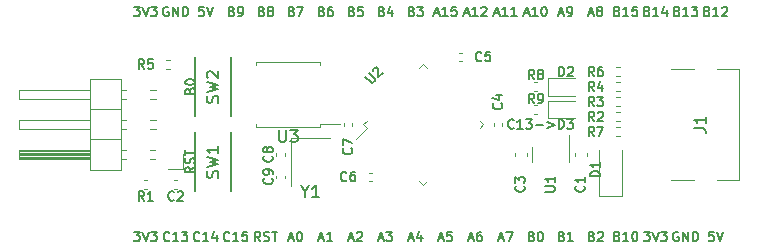
<source format=gbr>
G04 #@! TF.GenerationSoftware,KiCad,Pcbnew,6.0.1+dfsg-1*
G04 #@! TF.CreationDate,2022-01-30T08:18:27+08:00*
G04 #@! TF.ProjectId,gp,67702e6b-6963-4616-945f-706362585858,d*
G04 #@! TF.SameCoordinates,Original*
G04 #@! TF.FileFunction,Legend,Top*
G04 #@! TF.FilePolarity,Positive*
%FSLAX46Y46*%
G04 Gerber Fmt 4.6, Leading zero omitted, Abs format (unit mm)*
G04 Created by KiCad (PCBNEW 6.0.1+dfsg-1) date 2022-01-30 08:18:27*
%MOMM*%
%LPD*%
G01*
G04 APERTURE LIST*
%ADD10C,0.150000*%
%ADD11C,0.120000*%
G04 APERTURE END LIST*
D10*
X184840357Y-101885714D02*
X184802261Y-101923809D01*
X184687976Y-101961904D01*
X184611785Y-101961904D01*
X184497500Y-101923809D01*
X184421309Y-101847619D01*
X184383214Y-101771428D01*
X184345119Y-101619047D01*
X184345119Y-101504761D01*
X184383214Y-101352380D01*
X184421309Y-101276190D01*
X184497500Y-101200000D01*
X184611785Y-101161904D01*
X184687976Y-101161904D01*
X184802261Y-101200000D01*
X184840357Y-101238095D01*
X185602261Y-101961904D02*
X185145119Y-101961904D01*
X185373690Y-101961904D02*
X185373690Y-101161904D01*
X185297500Y-101276190D01*
X185221309Y-101352380D01*
X185145119Y-101390476D01*
X185868928Y-101161904D02*
X186364166Y-101161904D01*
X186097500Y-101466666D01*
X186211785Y-101466666D01*
X186287976Y-101504761D01*
X186326071Y-101542857D01*
X186364166Y-101619047D01*
X186364166Y-101809523D01*
X186326071Y-101885714D01*
X186287976Y-101923809D01*
X186211785Y-101961904D01*
X185983214Y-101961904D01*
X185907023Y-101923809D01*
X185868928Y-101885714D01*
X186707023Y-101657142D02*
X187316547Y-101657142D01*
X187697500Y-101428571D02*
X188307023Y-101657142D01*
X187697500Y-101885714D01*
X157841904Y-105213095D02*
X157460952Y-105479761D01*
X157841904Y-105670238D02*
X157041904Y-105670238D01*
X157041904Y-105365476D01*
X157080000Y-105289285D01*
X157118095Y-105251190D01*
X157194285Y-105213095D01*
X157308571Y-105213095D01*
X157384761Y-105251190D01*
X157422857Y-105289285D01*
X157460952Y-105365476D01*
X157460952Y-105670238D01*
X157803809Y-104908333D02*
X157841904Y-104794047D01*
X157841904Y-104603571D01*
X157803809Y-104527380D01*
X157765714Y-104489285D01*
X157689523Y-104451190D01*
X157613333Y-104451190D01*
X157537142Y-104489285D01*
X157499047Y-104527380D01*
X157460952Y-104603571D01*
X157422857Y-104755952D01*
X157384761Y-104832142D01*
X157346666Y-104870238D01*
X157270476Y-104908333D01*
X157194285Y-104908333D01*
X157118095Y-104870238D01*
X157080000Y-104832142D01*
X157041904Y-104755952D01*
X157041904Y-104565476D01*
X157080000Y-104451190D01*
X157041904Y-104222619D02*
X157041904Y-103765476D01*
X157841904Y-103994047D02*
X157041904Y-103994047D01*
X157422857Y-98748809D02*
X157460952Y-98634523D01*
X157499047Y-98596428D01*
X157575238Y-98558333D01*
X157689523Y-98558333D01*
X157765714Y-98596428D01*
X157803809Y-98634523D01*
X157841904Y-98710714D01*
X157841904Y-99015476D01*
X157041904Y-99015476D01*
X157041904Y-98748809D01*
X157080000Y-98672619D01*
X157118095Y-98634523D01*
X157194285Y-98596428D01*
X157270476Y-98596428D01*
X157346666Y-98634523D01*
X157384761Y-98672619D01*
X157422857Y-98748809D01*
X157422857Y-99015476D01*
X157041904Y-98063095D02*
X157041904Y-97986904D01*
X157080000Y-97910714D01*
X157118095Y-97872619D01*
X157194285Y-97834523D01*
X157346666Y-97796428D01*
X157537142Y-97796428D01*
X157689523Y-97834523D01*
X157765714Y-97872619D01*
X157803809Y-97910714D01*
X157841904Y-97986904D01*
X157841904Y-98063095D01*
X157803809Y-98139285D01*
X157765714Y-98177380D01*
X157689523Y-98215476D01*
X157537142Y-98253571D01*
X157346666Y-98253571D01*
X157194285Y-98215476D01*
X157118095Y-98177380D01*
X157080000Y-98139285D01*
X157041904Y-98063095D01*
X152679523Y-91636904D02*
X153174761Y-91636904D01*
X152908095Y-91941666D01*
X153022380Y-91941666D01*
X153098571Y-91979761D01*
X153136666Y-92017857D01*
X153174761Y-92094047D01*
X153174761Y-92284523D01*
X153136666Y-92360714D01*
X153098571Y-92398809D01*
X153022380Y-92436904D01*
X152793809Y-92436904D01*
X152717619Y-92398809D01*
X152679523Y-92360714D01*
X153403333Y-91636904D02*
X153670000Y-92436904D01*
X153936666Y-91636904D01*
X154127142Y-91636904D02*
X154622380Y-91636904D01*
X154355714Y-91941666D01*
X154470000Y-91941666D01*
X154546190Y-91979761D01*
X154584285Y-92017857D01*
X154622380Y-92094047D01*
X154622380Y-92284523D01*
X154584285Y-92360714D01*
X154546190Y-92398809D01*
X154470000Y-92436904D01*
X154241428Y-92436904D01*
X154165238Y-92398809D01*
X154127142Y-92360714D01*
X155600476Y-91675000D02*
X155524285Y-91636904D01*
X155410000Y-91636904D01*
X155295714Y-91675000D01*
X155219523Y-91751190D01*
X155181428Y-91827380D01*
X155143333Y-91979761D01*
X155143333Y-92094047D01*
X155181428Y-92246428D01*
X155219523Y-92322619D01*
X155295714Y-92398809D01*
X155410000Y-92436904D01*
X155486190Y-92436904D01*
X155600476Y-92398809D01*
X155638571Y-92360714D01*
X155638571Y-92094047D01*
X155486190Y-92094047D01*
X155981428Y-92436904D02*
X155981428Y-91636904D01*
X156438571Y-92436904D01*
X156438571Y-91636904D01*
X156819523Y-92436904D02*
X156819523Y-91636904D01*
X157010000Y-91636904D01*
X157124285Y-91675000D01*
X157200476Y-91751190D01*
X157238571Y-91827380D01*
X157276666Y-91979761D01*
X157276666Y-92094047D01*
X157238571Y-92246428D01*
X157200476Y-92322619D01*
X157124285Y-92398809D01*
X157010000Y-92436904D01*
X156819523Y-92436904D01*
X158597619Y-91636904D02*
X158216666Y-91636904D01*
X158178571Y-92017857D01*
X158216666Y-91979761D01*
X158292857Y-91941666D01*
X158483333Y-91941666D01*
X158559523Y-91979761D01*
X158597619Y-92017857D01*
X158635714Y-92094047D01*
X158635714Y-92284523D01*
X158597619Y-92360714D01*
X158559523Y-92398809D01*
X158483333Y-92436904D01*
X158292857Y-92436904D01*
X158216666Y-92398809D01*
X158178571Y-92360714D01*
X158864285Y-91636904D02*
X159130952Y-92436904D01*
X159397619Y-91636904D01*
X198780476Y-110725000D02*
X198704285Y-110686904D01*
X198590000Y-110686904D01*
X198475714Y-110725000D01*
X198399523Y-110801190D01*
X198361428Y-110877380D01*
X198323333Y-111029761D01*
X198323333Y-111144047D01*
X198361428Y-111296428D01*
X198399523Y-111372619D01*
X198475714Y-111448809D01*
X198590000Y-111486904D01*
X198666190Y-111486904D01*
X198780476Y-111448809D01*
X198818571Y-111410714D01*
X198818571Y-111144047D01*
X198666190Y-111144047D01*
X199161428Y-111486904D02*
X199161428Y-110686904D01*
X199618571Y-111486904D01*
X199618571Y-110686904D01*
X199999523Y-111486904D02*
X199999523Y-110686904D01*
X200190000Y-110686904D01*
X200304285Y-110725000D01*
X200380476Y-110801190D01*
X200418571Y-110877380D01*
X200456666Y-111029761D01*
X200456666Y-111144047D01*
X200418571Y-111296428D01*
X200380476Y-111372619D01*
X200304285Y-111448809D01*
X200190000Y-111486904D01*
X199999523Y-111486904D01*
X201777619Y-110686904D02*
X201396666Y-110686904D01*
X201358571Y-111067857D01*
X201396666Y-111029761D01*
X201472857Y-110991666D01*
X201663333Y-110991666D01*
X201739523Y-111029761D01*
X201777619Y-111067857D01*
X201815714Y-111144047D01*
X201815714Y-111334523D01*
X201777619Y-111410714D01*
X201739523Y-111448809D01*
X201663333Y-111486904D01*
X201472857Y-111486904D01*
X201396666Y-111448809D01*
X201358571Y-111410714D01*
X202044285Y-110686904D02*
X202310952Y-111486904D01*
X202577619Y-110686904D01*
X195859523Y-110686904D02*
X196354761Y-110686904D01*
X196088095Y-110991666D01*
X196202380Y-110991666D01*
X196278571Y-111029761D01*
X196316666Y-111067857D01*
X196354761Y-111144047D01*
X196354761Y-111334523D01*
X196316666Y-111410714D01*
X196278571Y-111448809D01*
X196202380Y-111486904D01*
X195973809Y-111486904D01*
X195897619Y-111448809D01*
X195859523Y-111410714D01*
X196583333Y-110686904D02*
X196850000Y-111486904D01*
X197116666Y-110686904D01*
X197307142Y-110686904D02*
X197802380Y-110686904D01*
X197535714Y-110991666D01*
X197650000Y-110991666D01*
X197726190Y-111029761D01*
X197764285Y-111067857D01*
X197802380Y-111144047D01*
X197802380Y-111334523D01*
X197764285Y-111410714D01*
X197726190Y-111448809D01*
X197650000Y-111486904D01*
X197421428Y-111486904D01*
X197345238Y-111448809D01*
X197307142Y-111410714D01*
X163391904Y-111486904D02*
X163125238Y-111105952D01*
X162934761Y-111486904D02*
X162934761Y-110686904D01*
X163239523Y-110686904D01*
X163315714Y-110725000D01*
X163353809Y-110763095D01*
X163391904Y-110839285D01*
X163391904Y-110953571D01*
X163353809Y-111029761D01*
X163315714Y-111067857D01*
X163239523Y-111105952D01*
X162934761Y-111105952D01*
X163696666Y-111448809D02*
X163810952Y-111486904D01*
X164001428Y-111486904D01*
X164077619Y-111448809D01*
X164115714Y-111410714D01*
X164153809Y-111334523D01*
X164153809Y-111258333D01*
X164115714Y-111182142D01*
X164077619Y-111144047D01*
X164001428Y-111105952D01*
X163849047Y-111067857D01*
X163772857Y-111029761D01*
X163734761Y-110991666D01*
X163696666Y-110915476D01*
X163696666Y-110839285D01*
X163734761Y-110763095D01*
X163772857Y-110725000D01*
X163849047Y-110686904D01*
X164039523Y-110686904D01*
X164153809Y-110725000D01*
X164382380Y-110686904D02*
X164839523Y-110686904D01*
X164610952Y-111486904D02*
X164610952Y-110686904D01*
X193605238Y-111067857D02*
X193719523Y-111105952D01*
X193757619Y-111144047D01*
X193795714Y-111220238D01*
X193795714Y-111334523D01*
X193757619Y-111410714D01*
X193719523Y-111448809D01*
X193643333Y-111486904D01*
X193338571Y-111486904D01*
X193338571Y-110686904D01*
X193605238Y-110686904D01*
X193681428Y-110725000D01*
X193719523Y-110763095D01*
X193757619Y-110839285D01*
X193757619Y-110915476D01*
X193719523Y-110991666D01*
X193681428Y-111029761D01*
X193605238Y-111067857D01*
X193338571Y-111067857D01*
X194557619Y-111486904D02*
X194100476Y-111486904D01*
X194329047Y-111486904D02*
X194329047Y-110686904D01*
X194252857Y-110801190D01*
X194176666Y-110877380D01*
X194100476Y-110915476D01*
X195052857Y-110686904D02*
X195129047Y-110686904D01*
X195205238Y-110725000D01*
X195243333Y-110763095D01*
X195281428Y-110839285D01*
X195319523Y-110991666D01*
X195319523Y-111182142D01*
X195281428Y-111334523D01*
X195243333Y-111410714D01*
X195205238Y-111448809D01*
X195129047Y-111486904D01*
X195052857Y-111486904D01*
X194976666Y-111448809D01*
X194938571Y-111410714D01*
X194900476Y-111334523D01*
X194862380Y-111182142D01*
X194862380Y-110991666D01*
X194900476Y-110839285D01*
X194938571Y-110763095D01*
X194976666Y-110725000D01*
X195052857Y-110686904D01*
X191446190Y-111067857D02*
X191560476Y-111105952D01*
X191598571Y-111144047D01*
X191636666Y-111220238D01*
X191636666Y-111334523D01*
X191598571Y-111410714D01*
X191560476Y-111448809D01*
X191484285Y-111486904D01*
X191179523Y-111486904D01*
X191179523Y-110686904D01*
X191446190Y-110686904D01*
X191522380Y-110725000D01*
X191560476Y-110763095D01*
X191598571Y-110839285D01*
X191598571Y-110915476D01*
X191560476Y-110991666D01*
X191522380Y-111029761D01*
X191446190Y-111067857D01*
X191179523Y-111067857D01*
X191941428Y-110763095D02*
X191979523Y-110725000D01*
X192055714Y-110686904D01*
X192246190Y-110686904D01*
X192322380Y-110725000D01*
X192360476Y-110763095D01*
X192398571Y-110839285D01*
X192398571Y-110915476D01*
X192360476Y-111029761D01*
X191903333Y-111486904D01*
X192398571Y-111486904D01*
X188906190Y-111067857D02*
X189020476Y-111105952D01*
X189058571Y-111144047D01*
X189096666Y-111220238D01*
X189096666Y-111334523D01*
X189058571Y-111410714D01*
X189020476Y-111448809D01*
X188944285Y-111486904D01*
X188639523Y-111486904D01*
X188639523Y-110686904D01*
X188906190Y-110686904D01*
X188982380Y-110725000D01*
X189020476Y-110763095D01*
X189058571Y-110839285D01*
X189058571Y-110915476D01*
X189020476Y-110991666D01*
X188982380Y-111029761D01*
X188906190Y-111067857D01*
X188639523Y-111067857D01*
X189858571Y-111486904D02*
X189401428Y-111486904D01*
X189630000Y-111486904D02*
X189630000Y-110686904D01*
X189553809Y-110801190D01*
X189477619Y-110877380D01*
X189401428Y-110915476D01*
X186366190Y-111067857D02*
X186480476Y-111105952D01*
X186518571Y-111144047D01*
X186556666Y-111220238D01*
X186556666Y-111334523D01*
X186518571Y-111410714D01*
X186480476Y-111448809D01*
X186404285Y-111486904D01*
X186099523Y-111486904D01*
X186099523Y-110686904D01*
X186366190Y-110686904D01*
X186442380Y-110725000D01*
X186480476Y-110763095D01*
X186518571Y-110839285D01*
X186518571Y-110915476D01*
X186480476Y-110991666D01*
X186442380Y-111029761D01*
X186366190Y-111067857D01*
X186099523Y-111067857D01*
X187051904Y-110686904D02*
X187128095Y-110686904D01*
X187204285Y-110725000D01*
X187242380Y-110763095D01*
X187280476Y-110839285D01*
X187318571Y-110991666D01*
X187318571Y-111182142D01*
X187280476Y-111334523D01*
X187242380Y-111410714D01*
X187204285Y-111448809D01*
X187128095Y-111486904D01*
X187051904Y-111486904D01*
X186975714Y-111448809D01*
X186937619Y-111410714D01*
X186899523Y-111334523D01*
X186861428Y-111182142D01*
X186861428Y-110991666D01*
X186899523Y-110839285D01*
X186937619Y-110763095D01*
X186975714Y-110725000D01*
X187051904Y-110686904D01*
X183578571Y-111258333D02*
X183959523Y-111258333D01*
X183502380Y-111486904D02*
X183769047Y-110686904D01*
X184035714Y-111486904D01*
X184226190Y-110686904D02*
X184759523Y-110686904D01*
X184416666Y-111486904D01*
X181038571Y-111258333D02*
X181419523Y-111258333D01*
X180962380Y-111486904D02*
X181229047Y-110686904D01*
X181495714Y-111486904D01*
X182105238Y-110686904D02*
X181952857Y-110686904D01*
X181876666Y-110725000D01*
X181838571Y-110763095D01*
X181762380Y-110877380D01*
X181724285Y-111029761D01*
X181724285Y-111334523D01*
X181762380Y-111410714D01*
X181800476Y-111448809D01*
X181876666Y-111486904D01*
X182029047Y-111486904D01*
X182105238Y-111448809D01*
X182143333Y-111410714D01*
X182181428Y-111334523D01*
X182181428Y-111144047D01*
X182143333Y-111067857D01*
X182105238Y-111029761D01*
X182029047Y-110991666D01*
X181876666Y-110991666D01*
X181800476Y-111029761D01*
X181762380Y-111067857D01*
X181724285Y-111144047D01*
X178498571Y-111258333D02*
X178879523Y-111258333D01*
X178422380Y-111486904D02*
X178689047Y-110686904D01*
X178955714Y-111486904D01*
X179603333Y-110686904D02*
X179222380Y-110686904D01*
X179184285Y-111067857D01*
X179222380Y-111029761D01*
X179298571Y-110991666D01*
X179489047Y-110991666D01*
X179565238Y-111029761D01*
X179603333Y-111067857D01*
X179641428Y-111144047D01*
X179641428Y-111334523D01*
X179603333Y-111410714D01*
X179565238Y-111448809D01*
X179489047Y-111486904D01*
X179298571Y-111486904D01*
X179222380Y-111448809D01*
X179184285Y-111410714D01*
X175958571Y-111258333D02*
X176339523Y-111258333D01*
X175882380Y-111486904D02*
X176149047Y-110686904D01*
X176415714Y-111486904D01*
X177025238Y-110953571D02*
X177025238Y-111486904D01*
X176834761Y-110648809D02*
X176644285Y-111220238D01*
X177139523Y-111220238D01*
X173418571Y-111258333D02*
X173799523Y-111258333D01*
X173342380Y-111486904D02*
X173609047Y-110686904D01*
X173875714Y-111486904D01*
X174066190Y-110686904D02*
X174561428Y-110686904D01*
X174294761Y-110991666D01*
X174409047Y-110991666D01*
X174485238Y-111029761D01*
X174523333Y-111067857D01*
X174561428Y-111144047D01*
X174561428Y-111334523D01*
X174523333Y-111410714D01*
X174485238Y-111448809D01*
X174409047Y-111486904D01*
X174180476Y-111486904D01*
X174104285Y-111448809D01*
X174066190Y-111410714D01*
X170878571Y-111258333D02*
X171259523Y-111258333D01*
X170802380Y-111486904D02*
X171069047Y-110686904D01*
X171335714Y-111486904D01*
X171564285Y-110763095D02*
X171602380Y-110725000D01*
X171678571Y-110686904D01*
X171869047Y-110686904D01*
X171945238Y-110725000D01*
X171983333Y-110763095D01*
X172021428Y-110839285D01*
X172021428Y-110915476D01*
X171983333Y-111029761D01*
X171526190Y-111486904D01*
X172021428Y-111486904D01*
X168338571Y-111258333D02*
X168719523Y-111258333D01*
X168262380Y-111486904D02*
X168529047Y-110686904D01*
X168795714Y-111486904D01*
X169481428Y-111486904D02*
X169024285Y-111486904D01*
X169252857Y-111486904D02*
X169252857Y-110686904D01*
X169176666Y-110801190D01*
X169100476Y-110877380D01*
X169024285Y-110915476D01*
X165798571Y-111258333D02*
X166179523Y-111258333D01*
X165722380Y-111486904D02*
X165989047Y-110686904D01*
X166255714Y-111486904D01*
X166674761Y-110686904D02*
X166750952Y-110686904D01*
X166827142Y-110725000D01*
X166865238Y-110763095D01*
X166903333Y-110839285D01*
X166941428Y-110991666D01*
X166941428Y-111182142D01*
X166903333Y-111334523D01*
X166865238Y-111410714D01*
X166827142Y-111448809D01*
X166750952Y-111486904D01*
X166674761Y-111486904D01*
X166598571Y-111448809D01*
X166560476Y-111410714D01*
X166522380Y-111334523D01*
X166484285Y-111182142D01*
X166484285Y-110991666D01*
X166522380Y-110839285D01*
X166560476Y-110763095D01*
X166598571Y-110725000D01*
X166674761Y-110686904D01*
X160775714Y-111410714D02*
X160737619Y-111448809D01*
X160623333Y-111486904D01*
X160547142Y-111486904D01*
X160432857Y-111448809D01*
X160356666Y-111372619D01*
X160318571Y-111296428D01*
X160280476Y-111144047D01*
X160280476Y-111029761D01*
X160318571Y-110877380D01*
X160356666Y-110801190D01*
X160432857Y-110725000D01*
X160547142Y-110686904D01*
X160623333Y-110686904D01*
X160737619Y-110725000D01*
X160775714Y-110763095D01*
X161537619Y-111486904D02*
X161080476Y-111486904D01*
X161309047Y-111486904D02*
X161309047Y-110686904D01*
X161232857Y-110801190D01*
X161156666Y-110877380D01*
X161080476Y-110915476D01*
X162261428Y-110686904D02*
X161880476Y-110686904D01*
X161842380Y-111067857D01*
X161880476Y-111029761D01*
X161956666Y-110991666D01*
X162147142Y-110991666D01*
X162223333Y-111029761D01*
X162261428Y-111067857D01*
X162299523Y-111144047D01*
X162299523Y-111334523D01*
X162261428Y-111410714D01*
X162223333Y-111448809D01*
X162147142Y-111486904D01*
X161956666Y-111486904D01*
X161880476Y-111448809D01*
X161842380Y-111410714D01*
X158235714Y-111410714D02*
X158197619Y-111448809D01*
X158083333Y-111486904D01*
X158007142Y-111486904D01*
X157892857Y-111448809D01*
X157816666Y-111372619D01*
X157778571Y-111296428D01*
X157740476Y-111144047D01*
X157740476Y-111029761D01*
X157778571Y-110877380D01*
X157816666Y-110801190D01*
X157892857Y-110725000D01*
X158007142Y-110686904D01*
X158083333Y-110686904D01*
X158197619Y-110725000D01*
X158235714Y-110763095D01*
X158997619Y-111486904D02*
X158540476Y-111486904D01*
X158769047Y-111486904D02*
X158769047Y-110686904D01*
X158692857Y-110801190D01*
X158616666Y-110877380D01*
X158540476Y-110915476D01*
X159683333Y-110953571D02*
X159683333Y-111486904D01*
X159492857Y-110648809D02*
X159302380Y-111220238D01*
X159797619Y-111220238D01*
X155695714Y-111410714D02*
X155657619Y-111448809D01*
X155543333Y-111486904D01*
X155467142Y-111486904D01*
X155352857Y-111448809D01*
X155276666Y-111372619D01*
X155238571Y-111296428D01*
X155200476Y-111144047D01*
X155200476Y-111029761D01*
X155238571Y-110877380D01*
X155276666Y-110801190D01*
X155352857Y-110725000D01*
X155467142Y-110686904D01*
X155543333Y-110686904D01*
X155657619Y-110725000D01*
X155695714Y-110763095D01*
X156457619Y-111486904D02*
X156000476Y-111486904D01*
X156229047Y-111486904D02*
X156229047Y-110686904D01*
X156152857Y-110801190D01*
X156076666Y-110877380D01*
X156000476Y-110915476D01*
X156724285Y-110686904D02*
X157219523Y-110686904D01*
X156952857Y-110991666D01*
X157067142Y-110991666D01*
X157143333Y-111029761D01*
X157181428Y-111067857D01*
X157219523Y-111144047D01*
X157219523Y-111334523D01*
X157181428Y-111410714D01*
X157143333Y-111448809D01*
X157067142Y-111486904D01*
X156838571Y-111486904D01*
X156762380Y-111448809D01*
X156724285Y-111410714D01*
X152679523Y-110686904D02*
X153174761Y-110686904D01*
X152908095Y-110991666D01*
X153022380Y-110991666D01*
X153098571Y-111029761D01*
X153136666Y-111067857D01*
X153174761Y-111144047D01*
X153174761Y-111334523D01*
X153136666Y-111410714D01*
X153098571Y-111448809D01*
X153022380Y-111486904D01*
X152793809Y-111486904D01*
X152717619Y-111448809D01*
X152679523Y-111410714D01*
X153403333Y-110686904D02*
X153670000Y-111486904D01*
X153936666Y-110686904D01*
X154127142Y-110686904D02*
X154622380Y-110686904D01*
X154355714Y-110991666D01*
X154470000Y-110991666D01*
X154546190Y-111029761D01*
X154584285Y-111067857D01*
X154622380Y-111144047D01*
X154622380Y-111334523D01*
X154584285Y-111410714D01*
X154546190Y-111448809D01*
X154470000Y-111486904D01*
X154241428Y-111486904D01*
X154165238Y-111448809D01*
X154127142Y-111410714D01*
X160966190Y-92017857D02*
X161080476Y-92055952D01*
X161118571Y-92094047D01*
X161156666Y-92170238D01*
X161156666Y-92284523D01*
X161118571Y-92360714D01*
X161080476Y-92398809D01*
X161004285Y-92436904D01*
X160699523Y-92436904D01*
X160699523Y-91636904D01*
X160966190Y-91636904D01*
X161042380Y-91675000D01*
X161080476Y-91713095D01*
X161118571Y-91789285D01*
X161118571Y-91865476D01*
X161080476Y-91941666D01*
X161042380Y-91979761D01*
X160966190Y-92017857D01*
X160699523Y-92017857D01*
X161537619Y-92436904D02*
X161690000Y-92436904D01*
X161766190Y-92398809D01*
X161804285Y-92360714D01*
X161880476Y-92246428D01*
X161918571Y-92094047D01*
X161918571Y-91789285D01*
X161880476Y-91713095D01*
X161842380Y-91675000D01*
X161766190Y-91636904D01*
X161613809Y-91636904D01*
X161537619Y-91675000D01*
X161499523Y-91713095D01*
X161461428Y-91789285D01*
X161461428Y-91979761D01*
X161499523Y-92055952D01*
X161537619Y-92094047D01*
X161613809Y-92132142D01*
X161766190Y-92132142D01*
X161842380Y-92094047D01*
X161880476Y-92055952D01*
X161918571Y-91979761D01*
X163506190Y-92017857D02*
X163620476Y-92055952D01*
X163658571Y-92094047D01*
X163696666Y-92170238D01*
X163696666Y-92284523D01*
X163658571Y-92360714D01*
X163620476Y-92398809D01*
X163544285Y-92436904D01*
X163239523Y-92436904D01*
X163239523Y-91636904D01*
X163506190Y-91636904D01*
X163582380Y-91675000D01*
X163620476Y-91713095D01*
X163658571Y-91789285D01*
X163658571Y-91865476D01*
X163620476Y-91941666D01*
X163582380Y-91979761D01*
X163506190Y-92017857D01*
X163239523Y-92017857D01*
X164153809Y-91979761D02*
X164077619Y-91941666D01*
X164039523Y-91903571D01*
X164001428Y-91827380D01*
X164001428Y-91789285D01*
X164039523Y-91713095D01*
X164077619Y-91675000D01*
X164153809Y-91636904D01*
X164306190Y-91636904D01*
X164382380Y-91675000D01*
X164420476Y-91713095D01*
X164458571Y-91789285D01*
X164458571Y-91827380D01*
X164420476Y-91903571D01*
X164382380Y-91941666D01*
X164306190Y-91979761D01*
X164153809Y-91979761D01*
X164077619Y-92017857D01*
X164039523Y-92055952D01*
X164001428Y-92132142D01*
X164001428Y-92284523D01*
X164039523Y-92360714D01*
X164077619Y-92398809D01*
X164153809Y-92436904D01*
X164306190Y-92436904D01*
X164382380Y-92398809D01*
X164420476Y-92360714D01*
X164458571Y-92284523D01*
X164458571Y-92132142D01*
X164420476Y-92055952D01*
X164382380Y-92017857D01*
X164306190Y-91979761D01*
X166046190Y-92017857D02*
X166160476Y-92055952D01*
X166198571Y-92094047D01*
X166236666Y-92170238D01*
X166236666Y-92284523D01*
X166198571Y-92360714D01*
X166160476Y-92398809D01*
X166084285Y-92436904D01*
X165779523Y-92436904D01*
X165779523Y-91636904D01*
X166046190Y-91636904D01*
X166122380Y-91675000D01*
X166160476Y-91713095D01*
X166198571Y-91789285D01*
X166198571Y-91865476D01*
X166160476Y-91941666D01*
X166122380Y-91979761D01*
X166046190Y-92017857D01*
X165779523Y-92017857D01*
X166503333Y-91636904D02*
X167036666Y-91636904D01*
X166693809Y-92436904D01*
X168586190Y-92017857D02*
X168700476Y-92055952D01*
X168738571Y-92094047D01*
X168776666Y-92170238D01*
X168776666Y-92284523D01*
X168738571Y-92360714D01*
X168700476Y-92398809D01*
X168624285Y-92436904D01*
X168319523Y-92436904D01*
X168319523Y-91636904D01*
X168586190Y-91636904D01*
X168662380Y-91675000D01*
X168700476Y-91713095D01*
X168738571Y-91789285D01*
X168738571Y-91865476D01*
X168700476Y-91941666D01*
X168662380Y-91979761D01*
X168586190Y-92017857D01*
X168319523Y-92017857D01*
X169462380Y-91636904D02*
X169310000Y-91636904D01*
X169233809Y-91675000D01*
X169195714Y-91713095D01*
X169119523Y-91827380D01*
X169081428Y-91979761D01*
X169081428Y-92284523D01*
X169119523Y-92360714D01*
X169157619Y-92398809D01*
X169233809Y-92436904D01*
X169386190Y-92436904D01*
X169462380Y-92398809D01*
X169500476Y-92360714D01*
X169538571Y-92284523D01*
X169538571Y-92094047D01*
X169500476Y-92017857D01*
X169462380Y-91979761D01*
X169386190Y-91941666D01*
X169233809Y-91941666D01*
X169157619Y-91979761D01*
X169119523Y-92017857D01*
X169081428Y-92094047D01*
X171126190Y-92017857D02*
X171240476Y-92055952D01*
X171278571Y-92094047D01*
X171316666Y-92170238D01*
X171316666Y-92284523D01*
X171278571Y-92360714D01*
X171240476Y-92398809D01*
X171164285Y-92436904D01*
X170859523Y-92436904D01*
X170859523Y-91636904D01*
X171126190Y-91636904D01*
X171202380Y-91675000D01*
X171240476Y-91713095D01*
X171278571Y-91789285D01*
X171278571Y-91865476D01*
X171240476Y-91941666D01*
X171202380Y-91979761D01*
X171126190Y-92017857D01*
X170859523Y-92017857D01*
X172040476Y-91636904D02*
X171659523Y-91636904D01*
X171621428Y-92017857D01*
X171659523Y-91979761D01*
X171735714Y-91941666D01*
X171926190Y-91941666D01*
X172002380Y-91979761D01*
X172040476Y-92017857D01*
X172078571Y-92094047D01*
X172078571Y-92284523D01*
X172040476Y-92360714D01*
X172002380Y-92398809D01*
X171926190Y-92436904D01*
X171735714Y-92436904D01*
X171659523Y-92398809D01*
X171621428Y-92360714D01*
X173666190Y-92017857D02*
X173780476Y-92055952D01*
X173818571Y-92094047D01*
X173856666Y-92170238D01*
X173856666Y-92284523D01*
X173818571Y-92360714D01*
X173780476Y-92398809D01*
X173704285Y-92436904D01*
X173399523Y-92436904D01*
X173399523Y-91636904D01*
X173666190Y-91636904D01*
X173742380Y-91675000D01*
X173780476Y-91713095D01*
X173818571Y-91789285D01*
X173818571Y-91865476D01*
X173780476Y-91941666D01*
X173742380Y-91979761D01*
X173666190Y-92017857D01*
X173399523Y-92017857D01*
X174542380Y-91903571D02*
X174542380Y-92436904D01*
X174351904Y-91598809D02*
X174161428Y-92170238D01*
X174656666Y-92170238D01*
X176206190Y-92017857D02*
X176320476Y-92055952D01*
X176358571Y-92094047D01*
X176396666Y-92170238D01*
X176396666Y-92284523D01*
X176358571Y-92360714D01*
X176320476Y-92398809D01*
X176244285Y-92436904D01*
X175939523Y-92436904D01*
X175939523Y-91636904D01*
X176206190Y-91636904D01*
X176282380Y-91675000D01*
X176320476Y-91713095D01*
X176358571Y-91789285D01*
X176358571Y-91865476D01*
X176320476Y-91941666D01*
X176282380Y-91979761D01*
X176206190Y-92017857D01*
X175939523Y-92017857D01*
X176663333Y-91636904D02*
X177158571Y-91636904D01*
X176891904Y-91941666D01*
X177006190Y-91941666D01*
X177082380Y-91979761D01*
X177120476Y-92017857D01*
X177158571Y-92094047D01*
X177158571Y-92284523D01*
X177120476Y-92360714D01*
X177082380Y-92398809D01*
X177006190Y-92436904D01*
X176777619Y-92436904D01*
X176701428Y-92398809D01*
X176663333Y-92360714D01*
X178117619Y-92208333D02*
X178498571Y-92208333D01*
X178041428Y-92436904D02*
X178308095Y-91636904D01*
X178574761Y-92436904D01*
X179260476Y-92436904D02*
X178803333Y-92436904D01*
X179031904Y-92436904D02*
X179031904Y-91636904D01*
X178955714Y-91751190D01*
X178879523Y-91827380D01*
X178803333Y-91865476D01*
X179984285Y-91636904D02*
X179603333Y-91636904D01*
X179565238Y-92017857D01*
X179603333Y-91979761D01*
X179679523Y-91941666D01*
X179870000Y-91941666D01*
X179946190Y-91979761D01*
X179984285Y-92017857D01*
X180022380Y-92094047D01*
X180022380Y-92284523D01*
X179984285Y-92360714D01*
X179946190Y-92398809D01*
X179870000Y-92436904D01*
X179679523Y-92436904D01*
X179603333Y-92398809D01*
X179565238Y-92360714D01*
X180657619Y-92208333D02*
X181038571Y-92208333D01*
X180581428Y-92436904D02*
X180848095Y-91636904D01*
X181114761Y-92436904D01*
X181800476Y-92436904D02*
X181343333Y-92436904D01*
X181571904Y-92436904D02*
X181571904Y-91636904D01*
X181495714Y-91751190D01*
X181419523Y-91827380D01*
X181343333Y-91865476D01*
X182105238Y-91713095D02*
X182143333Y-91675000D01*
X182219523Y-91636904D01*
X182410000Y-91636904D01*
X182486190Y-91675000D01*
X182524285Y-91713095D01*
X182562380Y-91789285D01*
X182562380Y-91865476D01*
X182524285Y-91979761D01*
X182067142Y-92436904D01*
X182562380Y-92436904D01*
X183197619Y-92208333D02*
X183578571Y-92208333D01*
X183121428Y-92436904D02*
X183388095Y-91636904D01*
X183654761Y-92436904D01*
X184340476Y-92436904D02*
X183883333Y-92436904D01*
X184111904Y-92436904D02*
X184111904Y-91636904D01*
X184035714Y-91751190D01*
X183959523Y-91827380D01*
X183883333Y-91865476D01*
X185102380Y-92436904D02*
X184645238Y-92436904D01*
X184873809Y-92436904D02*
X184873809Y-91636904D01*
X184797619Y-91751190D01*
X184721428Y-91827380D01*
X184645238Y-91865476D01*
X185737619Y-92208333D02*
X186118571Y-92208333D01*
X185661428Y-92436904D02*
X185928095Y-91636904D01*
X186194761Y-92436904D01*
X186880476Y-92436904D02*
X186423333Y-92436904D01*
X186651904Y-92436904D02*
X186651904Y-91636904D01*
X186575714Y-91751190D01*
X186499523Y-91827380D01*
X186423333Y-91865476D01*
X187375714Y-91636904D02*
X187451904Y-91636904D01*
X187528095Y-91675000D01*
X187566190Y-91713095D01*
X187604285Y-91789285D01*
X187642380Y-91941666D01*
X187642380Y-92132142D01*
X187604285Y-92284523D01*
X187566190Y-92360714D01*
X187528095Y-92398809D01*
X187451904Y-92436904D01*
X187375714Y-92436904D01*
X187299523Y-92398809D01*
X187261428Y-92360714D01*
X187223333Y-92284523D01*
X187185238Y-92132142D01*
X187185238Y-91941666D01*
X187223333Y-91789285D01*
X187261428Y-91713095D01*
X187299523Y-91675000D01*
X187375714Y-91636904D01*
X188658571Y-92208333D02*
X189039523Y-92208333D01*
X188582380Y-92436904D02*
X188849047Y-91636904D01*
X189115714Y-92436904D01*
X189420476Y-92436904D02*
X189572857Y-92436904D01*
X189649047Y-92398809D01*
X189687142Y-92360714D01*
X189763333Y-92246428D01*
X189801428Y-92094047D01*
X189801428Y-91789285D01*
X189763333Y-91713095D01*
X189725238Y-91675000D01*
X189649047Y-91636904D01*
X189496666Y-91636904D01*
X189420476Y-91675000D01*
X189382380Y-91713095D01*
X189344285Y-91789285D01*
X189344285Y-91979761D01*
X189382380Y-92055952D01*
X189420476Y-92094047D01*
X189496666Y-92132142D01*
X189649047Y-92132142D01*
X189725238Y-92094047D01*
X189763333Y-92055952D01*
X189801428Y-91979761D01*
X201225238Y-92017857D02*
X201339523Y-92055952D01*
X201377619Y-92094047D01*
X201415714Y-92170238D01*
X201415714Y-92284523D01*
X201377619Y-92360714D01*
X201339523Y-92398809D01*
X201263333Y-92436904D01*
X200958571Y-92436904D01*
X200958571Y-91636904D01*
X201225238Y-91636904D01*
X201301428Y-91675000D01*
X201339523Y-91713095D01*
X201377619Y-91789285D01*
X201377619Y-91865476D01*
X201339523Y-91941666D01*
X201301428Y-91979761D01*
X201225238Y-92017857D01*
X200958571Y-92017857D01*
X202177619Y-92436904D02*
X201720476Y-92436904D01*
X201949047Y-92436904D02*
X201949047Y-91636904D01*
X201872857Y-91751190D01*
X201796666Y-91827380D01*
X201720476Y-91865476D01*
X202482380Y-91713095D02*
X202520476Y-91675000D01*
X202596666Y-91636904D01*
X202787142Y-91636904D01*
X202863333Y-91675000D01*
X202901428Y-91713095D01*
X202939523Y-91789285D01*
X202939523Y-91865476D01*
X202901428Y-91979761D01*
X202444285Y-92436904D01*
X202939523Y-92436904D01*
X198685238Y-92017857D02*
X198799523Y-92055952D01*
X198837619Y-92094047D01*
X198875714Y-92170238D01*
X198875714Y-92284523D01*
X198837619Y-92360714D01*
X198799523Y-92398809D01*
X198723333Y-92436904D01*
X198418571Y-92436904D01*
X198418571Y-91636904D01*
X198685238Y-91636904D01*
X198761428Y-91675000D01*
X198799523Y-91713095D01*
X198837619Y-91789285D01*
X198837619Y-91865476D01*
X198799523Y-91941666D01*
X198761428Y-91979761D01*
X198685238Y-92017857D01*
X198418571Y-92017857D01*
X199637619Y-92436904D02*
X199180476Y-92436904D01*
X199409047Y-92436904D02*
X199409047Y-91636904D01*
X199332857Y-91751190D01*
X199256666Y-91827380D01*
X199180476Y-91865476D01*
X199904285Y-91636904D02*
X200399523Y-91636904D01*
X200132857Y-91941666D01*
X200247142Y-91941666D01*
X200323333Y-91979761D01*
X200361428Y-92017857D01*
X200399523Y-92094047D01*
X200399523Y-92284523D01*
X200361428Y-92360714D01*
X200323333Y-92398809D01*
X200247142Y-92436904D01*
X200018571Y-92436904D01*
X199942380Y-92398809D01*
X199904285Y-92360714D01*
X196145238Y-92017857D02*
X196259523Y-92055952D01*
X196297619Y-92094047D01*
X196335714Y-92170238D01*
X196335714Y-92284523D01*
X196297619Y-92360714D01*
X196259523Y-92398809D01*
X196183333Y-92436904D01*
X195878571Y-92436904D01*
X195878571Y-91636904D01*
X196145238Y-91636904D01*
X196221428Y-91675000D01*
X196259523Y-91713095D01*
X196297619Y-91789285D01*
X196297619Y-91865476D01*
X196259523Y-91941666D01*
X196221428Y-91979761D01*
X196145238Y-92017857D01*
X195878571Y-92017857D01*
X197097619Y-92436904D02*
X196640476Y-92436904D01*
X196869047Y-92436904D02*
X196869047Y-91636904D01*
X196792857Y-91751190D01*
X196716666Y-91827380D01*
X196640476Y-91865476D01*
X197783333Y-91903571D02*
X197783333Y-92436904D01*
X197592857Y-91598809D02*
X197402380Y-92170238D01*
X197897619Y-92170238D01*
X193605238Y-92017857D02*
X193719523Y-92055952D01*
X193757619Y-92094047D01*
X193795714Y-92170238D01*
X193795714Y-92284523D01*
X193757619Y-92360714D01*
X193719523Y-92398809D01*
X193643333Y-92436904D01*
X193338571Y-92436904D01*
X193338571Y-91636904D01*
X193605238Y-91636904D01*
X193681428Y-91675000D01*
X193719523Y-91713095D01*
X193757619Y-91789285D01*
X193757619Y-91865476D01*
X193719523Y-91941666D01*
X193681428Y-91979761D01*
X193605238Y-92017857D01*
X193338571Y-92017857D01*
X194557619Y-92436904D02*
X194100476Y-92436904D01*
X194329047Y-92436904D02*
X194329047Y-91636904D01*
X194252857Y-91751190D01*
X194176666Y-91827380D01*
X194100476Y-91865476D01*
X195281428Y-91636904D02*
X194900476Y-91636904D01*
X194862380Y-92017857D01*
X194900476Y-91979761D01*
X194976666Y-91941666D01*
X195167142Y-91941666D01*
X195243333Y-91979761D01*
X195281428Y-92017857D01*
X195319523Y-92094047D01*
X195319523Y-92284523D01*
X195281428Y-92360714D01*
X195243333Y-92398809D01*
X195167142Y-92436904D01*
X194976666Y-92436904D01*
X194900476Y-92398809D01*
X194862380Y-92360714D01*
X191198571Y-92208333D02*
X191579523Y-92208333D01*
X191122380Y-92436904D02*
X191389047Y-91636904D01*
X191655714Y-92436904D01*
X192036666Y-91979761D02*
X191960476Y-91941666D01*
X191922380Y-91903571D01*
X191884285Y-91827380D01*
X191884285Y-91789285D01*
X191922380Y-91713095D01*
X191960476Y-91675000D01*
X192036666Y-91636904D01*
X192189047Y-91636904D01*
X192265238Y-91675000D01*
X192303333Y-91713095D01*
X192341428Y-91789285D01*
X192341428Y-91827380D01*
X192303333Y-91903571D01*
X192265238Y-91941666D01*
X192189047Y-91979761D01*
X192036666Y-91979761D01*
X191960476Y-92017857D01*
X191922380Y-92055952D01*
X191884285Y-92132142D01*
X191884285Y-92284523D01*
X191922380Y-92360714D01*
X191960476Y-92398809D01*
X192036666Y-92436904D01*
X192189047Y-92436904D01*
X192265238Y-92398809D01*
X192303333Y-92360714D01*
X192341428Y-92284523D01*
X192341428Y-92132142D01*
X192303333Y-92055952D01*
X192265238Y-92017857D01*
X192189047Y-91979761D01*
G04 #@! TO.C,U3*
X164973095Y-102072380D02*
X164973095Y-102881904D01*
X165020714Y-102977142D01*
X165068333Y-103024761D01*
X165163571Y-103072380D01*
X165354047Y-103072380D01*
X165449285Y-103024761D01*
X165496904Y-102977142D01*
X165544523Y-102881904D01*
X165544523Y-102072380D01*
X165925476Y-102072380D02*
X166544523Y-102072380D01*
X166211190Y-102453333D01*
X166354047Y-102453333D01*
X166449285Y-102500952D01*
X166496904Y-102548571D01*
X166544523Y-102643809D01*
X166544523Y-102881904D01*
X166496904Y-102977142D01*
X166449285Y-103024761D01*
X166354047Y-103072380D01*
X166068333Y-103072380D01*
X165973095Y-103024761D01*
X165925476Y-102977142D01*
G04 #@! TO.C,SW2*
X159789761Y-99758333D02*
X159837380Y-99615476D01*
X159837380Y-99377380D01*
X159789761Y-99282142D01*
X159742142Y-99234523D01*
X159646904Y-99186904D01*
X159551666Y-99186904D01*
X159456428Y-99234523D01*
X159408809Y-99282142D01*
X159361190Y-99377380D01*
X159313571Y-99567857D01*
X159265952Y-99663095D01*
X159218333Y-99710714D01*
X159123095Y-99758333D01*
X159027857Y-99758333D01*
X158932619Y-99710714D01*
X158885000Y-99663095D01*
X158837380Y-99567857D01*
X158837380Y-99329761D01*
X158885000Y-99186904D01*
X158837380Y-98853571D02*
X159837380Y-98615476D01*
X159123095Y-98425000D01*
X159837380Y-98234523D01*
X158837380Y-97996428D01*
X158932619Y-97663095D02*
X158885000Y-97615476D01*
X158837380Y-97520238D01*
X158837380Y-97282142D01*
X158885000Y-97186904D01*
X158932619Y-97139285D01*
X159027857Y-97091666D01*
X159123095Y-97091666D01*
X159265952Y-97139285D01*
X159837380Y-97710714D01*
X159837380Y-97091666D01*
G04 #@! TO.C,SW1*
X159789761Y-106108333D02*
X159837380Y-105965476D01*
X159837380Y-105727380D01*
X159789761Y-105632142D01*
X159742142Y-105584523D01*
X159646904Y-105536904D01*
X159551666Y-105536904D01*
X159456428Y-105584523D01*
X159408809Y-105632142D01*
X159361190Y-105727380D01*
X159313571Y-105917857D01*
X159265952Y-106013095D01*
X159218333Y-106060714D01*
X159123095Y-106108333D01*
X159027857Y-106108333D01*
X158932619Y-106060714D01*
X158885000Y-106013095D01*
X158837380Y-105917857D01*
X158837380Y-105679761D01*
X158885000Y-105536904D01*
X158837380Y-105203571D02*
X159837380Y-104965476D01*
X159123095Y-104775000D01*
X159837380Y-104584523D01*
X158837380Y-104346428D01*
X159837380Y-103441666D02*
X159837380Y-104013095D01*
X159837380Y-103727380D02*
X158837380Y-103727380D01*
X158980238Y-103822619D01*
X159075476Y-103917857D01*
X159123095Y-104013095D01*
G04 #@! TO.C,J1*
X200112380Y-101933333D02*
X200826666Y-101933333D01*
X200969523Y-101980952D01*
X201064761Y-102076190D01*
X201112380Y-102219047D01*
X201112380Y-102314285D01*
X201112380Y-100933333D02*
X201112380Y-101504761D01*
X201112380Y-101219047D02*
X200112380Y-101219047D01*
X200255238Y-101314285D01*
X200350476Y-101409523D01*
X200398095Y-101504761D01*
G04 #@! TO.C,Y1*
X167163809Y-107291190D02*
X167163809Y-107767380D01*
X166830476Y-106767380D02*
X167163809Y-107291190D01*
X167497142Y-106767380D01*
X168354285Y-107767380D02*
X167782857Y-107767380D01*
X168068571Y-107767380D02*
X168068571Y-106767380D01*
X167973333Y-106910238D01*
X167878095Y-107005476D01*
X167782857Y-107053095D01*
G04 #@! TO.C,U2*
X172287646Y-97584643D02*
X172745582Y-98042579D01*
X172826394Y-98069516D01*
X172880269Y-98069516D01*
X172961081Y-98042579D01*
X173068831Y-97934829D01*
X173095768Y-97854017D01*
X173095768Y-97800142D01*
X173068831Y-97719330D01*
X172610895Y-97261394D01*
X172907206Y-97072832D02*
X172907206Y-97018957D01*
X172934144Y-96938145D01*
X173068831Y-96803458D01*
X173149643Y-96776521D01*
X173203518Y-96776521D01*
X173284330Y-96803458D01*
X173338205Y-96857333D01*
X173392079Y-96965083D01*
X173392079Y-97611580D01*
X173742266Y-97261394D01*
G04 #@! TO.C,C3*
X185705714Y-106813333D02*
X185743809Y-106851428D01*
X185781904Y-106965714D01*
X185781904Y-107041904D01*
X185743809Y-107156190D01*
X185667619Y-107232380D01*
X185591428Y-107270476D01*
X185439047Y-107308571D01*
X185324761Y-107308571D01*
X185172380Y-107270476D01*
X185096190Y-107232380D01*
X185020000Y-107156190D01*
X184981904Y-107041904D01*
X184981904Y-106965714D01*
X185020000Y-106851428D01*
X185058095Y-106813333D01*
X184981904Y-106546666D02*
X184981904Y-106051428D01*
X185286666Y-106318095D01*
X185286666Y-106203809D01*
X185324761Y-106127619D01*
X185362857Y-106089523D01*
X185439047Y-106051428D01*
X185629523Y-106051428D01*
X185705714Y-106089523D01*
X185743809Y-106127619D01*
X185781904Y-106203809D01*
X185781904Y-106432380D01*
X185743809Y-106508571D01*
X185705714Y-106546666D01*
G04 #@! TO.C,C1*
X190785714Y-106813333D02*
X190823809Y-106851428D01*
X190861904Y-106965714D01*
X190861904Y-107041904D01*
X190823809Y-107156190D01*
X190747619Y-107232380D01*
X190671428Y-107270476D01*
X190519047Y-107308571D01*
X190404761Y-107308571D01*
X190252380Y-107270476D01*
X190176190Y-107232380D01*
X190100000Y-107156190D01*
X190061904Y-107041904D01*
X190061904Y-106965714D01*
X190100000Y-106851428D01*
X190138095Y-106813333D01*
X190861904Y-106051428D02*
X190861904Y-106508571D01*
X190861904Y-106280000D02*
X190061904Y-106280000D01*
X190176190Y-106356190D01*
X190252380Y-106432380D01*
X190290476Y-106508571D01*
G04 #@! TO.C,R5*
X153536666Y-96881904D02*
X153270000Y-96500952D01*
X153079523Y-96881904D02*
X153079523Y-96081904D01*
X153384285Y-96081904D01*
X153460476Y-96120000D01*
X153498571Y-96158095D01*
X153536666Y-96234285D01*
X153536666Y-96348571D01*
X153498571Y-96424761D01*
X153460476Y-96462857D01*
X153384285Y-96500952D01*
X153079523Y-96500952D01*
X154260476Y-96081904D02*
X153879523Y-96081904D01*
X153841428Y-96462857D01*
X153879523Y-96424761D01*
X153955714Y-96386666D01*
X154146190Y-96386666D01*
X154222380Y-96424761D01*
X154260476Y-96462857D01*
X154298571Y-96539047D01*
X154298571Y-96729523D01*
X154260476Y-96805714D01*
X154222380Y-96843809D01*
X154146190Y-96881904D01*
X153955714Y-96881904D01*
X153879523Y-96843809D01*
X153841428Y-96805714D01*
G04 #@! TO.C,R8*
X186556666Y-97770904D02*
X186290000Y-97389952D01*
X186099523Y-97770904D02*
X186099523Y-96970904D01*
X186404285Y-96970904D01*
X186480476Y-97009000D01*
X186518571Y-97047095D01*
X186556666Y-97123285D01*
X186556666Y-97237571D01*
X186518571Y-97313761D01*
X186480476Y-97351857D01*
X186404285Y-97389952D01*
X186099523Y-97389952D01*
X187013809Y-97313761D02*
X186937619Y-97275666D01*
X186899523Y-97237571D01*
X186861428Y-97161380D01*
X186861428Y-97123285D01*
X186899523Y-97047095D01*
X186937619Y-97009000D01*
X187013809Y-96970904D01*
X187166190Y-96970904D01*
X187242380Y-97009000D01*
X187280476Y-97047095D01*
X187318571Y-97123285D01*
X187318571Y-97161380D01*
X187280476Y-97237571D01*
X187242380Y-97275666D01*
X187166190Y-97313761D01*
X187013809Y-97313761D01*
X186937619Y-97351857D01*
X186899523Y-97389952D01*
X186861428Y-97466142D01*
X186861428Y-97618523D01*
X186899523Y-97694714D01*
X186937619Y-97732809D01*
X187013809Y-97770904D01*
X187166190Y-97770904D01*
X187242380Y-97732809D01*
X187280476Y-97694714D01*
X187318571Y-97618523D01*
X187318571Y-97466142D01*
X187280476Y-97389952D01*
X187242380Y-97351857D01*
X187166190Y-97313761D01*
G04 #@! TO.C,R4*
X191636666Y-98786904D02*
X191370000Y-98405952D01*
X191179523Y-98786904D02*
X191179523Y-97986904D01*
X191484285Y-97986904D01*
X191560476Y-98025000D01*
X191598571Y-98063095D01*
X191636666Y-98139285D01*
X191636666Y-98253571D01*
X191598571Y-98329761D01*
X191560476Y-98367857D01*
X191484285Y-98405952D01*
X191179523Y-98405952D01*
X192322380Y-98253571D02*
X192322380Y-98786904D01*
X192131904Y-97948809D02*
X191941428Y-98520238D01*
X192436666Y-98520238D01*
G04 #@! TO.C,R3*
X191636666Y-100056904D02*
X191370000Y-99675952D01*
X191179523Y-100056904D02*
X191179523Y-99256904D01*
X191484285Y-99256904D01*
X191560476Y-99295000D01*
X191598571Y-99333095D01*
X191636666Y-99409285D01*
X191636666Y-99523571D01*
X191598571Y-99599761D01*
X191560476Y-99637857D01*
X191484285Y-99675952D01*
X191179523Y-99675952D01*
X191903333Y-99256904D02*
X192398571Y-99256904D01*
X192131904Y-99561666D01*
X192246190Y-99561666D01*
X192322380Y-99599761D01*
X192360476Y-99637857D01*
X192398571Y-99714047D01*
X192398571Y-99904523D01*
X192360476Y-99980714D01*
X192322380Y-100018809D01*
X192246190Y-100056904D01*
X192017619Y-100056904D01*
X191941428Y-100018809D01*
X191903333Y-99980714D01*
G04 #@! TO.C,R2*
X191636666Y-101326904D02*
X191370000Y-100945952D01*
X191179523Y-101326904D02*
X191179523Y-100526904D01*
X191484285Y-100526904D01*
X191560476Y-100565000D01*
X191598571Y-100603095D01*
X191636666Y-100679285D01*
X191636666Y-100793571D01*
X191598571Y-100869761D01*
X191560476Y-100907857D01*
X191484285Y-100945952D01*
X191179523Y-100945952D01*
X191941428Y-100603095D02*
X191979523Y-100565000D01*
X192055714Y-100526904D01*
X192246190Y-100526904D01*
X192322380Y-100565000D01*
X192360476Y-100603095D01*
X192398571Y-100679285D01*
X192398571Y-100755476D01*
X192360476Y-100869761D01*
X191903333Y-101326904D01*
X192398571Y-101326904D01*
G04 #@! TO.C,U1*
X187521904Y-107289523D02*
X188169523Y-107289523D01*
X188245714Y-107251428D01*
X188283809Y-107213333D01*
X188321904Y-107137142D01*
X188321904Y-106984761D01*
X188283809Y-106908571D01*
X188245714Y-106870476D01*
X188169523Y-106832380D01*
X187521904Y-106832380D01*
X188321904Y-106032380D02*
X188321904Y-106489523D01*
X188321904Y-106260952D02*
X187521904Y-106260952D01*
X187636190Y-106337142D01*
X187712380Y-106413333D01*
X187750476Y-106489523D01*
G04 #@! TO.C,R7*
X191636666Y-102596904D02*
X191370000Y-102215952D01*
X191179523Y-102596904D02*
X191179523Y-101796904D01*
X191484285Y-101796904D01*
X191560476Y-101835000D01*
X191598571Y-101873095D01*
X191636666Y-101949285D01*
X191636666Y-102063571D01*
X191598571Y-102139761D01*
X191560476Y-102177857D01*
X191484285Y-102215952D01*
X191179523Y-102215952D01*
X191903333Y-101796904D02*
X192436666Y-101796904D01*
X192093809Y-102596904D01*
G04 #@! TO.C,C9*
X164369714Y-106178333D02*
X164407809Y-106216428D01*
X164445904Y-106330714D01*
X164445904Y-106406904D01*
X164407809Y-106521190D01*
X164331619Y-106597380D01*
X164255428Y-106635476D01*
X164103047Y-106673571D01*
X163988761Y-106673571D01*
X163836380Y-106635476D01*
X163760190Y-106597380D01*
X163684000Y-106521190D01*
X163645904Y-106406904D01*
X163645904Y-106330714D01*
X163684000Y-106216428D01*
X163722095Y-106178333D01*
X164445904Y-105797380D02*
X164445904Y-105645000D01*
X164407809Y-105568809D01*
X164369714Y-105530714D01*
X164255428Y-105454523D01*
X164103047Y-105416428D01*
X163798285Y-105416428D01*
X163722095Y-105454523D01*
X163684000Y-105492619D01*
X163645904Y-105568809D01*
X163645904Y-105721190D01*
X163684000Y-105797380D01*
X163722095Y-105835476D01*
X163798285Y-105873571D01*
X163988761Y-105873571D01*
X164064952Y-105835476D01*
X164103047Y-105797380D01*
X164141142Y-105721190D01*
X164141142Y-105568809D01*
X164103047Y-105492619D01*
X164064952Y-105454523D01*
X163988761Y-105416428D01*
G04 #@! TO.C,C8*
X164369714Y-104273333D02*
X164407809Y-104311428D01*
X164445904Y-104425714D01*
X164445904Y-104501904D01*
X164407809Y-104616190D01*
X164331619Y-104692380D01*
X164255428Y-104730476D01*
X164103047Y-104768571D01*
X163988761Y-104768571D01*
X163836380Y-104730476D01*
X163760190Y-104692380D01*
X163684000Y-104616190D01*
X163645904Y-104501904D01*
X163645904Y-104425714D01*
X163684000Y-104311428D01*
X163722095Y-104273333D01*
X163988761Y-103816190D02*
X163950666Y-103892380D01*
X163912571Y-103930476D01*
X163836380Y-103968571D01*
X163798285Y-103968571D01*
X163722095Y-103930476D01*
X163684000Y-103892380D01*
X163645904Y-103816190D01*
X163645904Y-103663809D01*
X163684000Y-103587619D01*
X163722095Y-103549523D01*
X163798285Y-103511428D01*
X163836380Y-103511428D01*
X163912571Y-103549523D01*
X163950666Y-103587619D01*
X163988761Y-103663809D01*
X163988761Y-103816190D01*
X164026857Y-103892380D01*
X164064952Y-103930476D01*
X164141142Y-103968571D01*
X164293523Y-103968571D01*
X164369714Y-103930476D01*
X164407809Y-103892380D01*
X164445904Y-103816190D01*
X164445904Y-103663809D01*
X164407809Y-103587619D01*
X164369714Y-103549523D01*
X164293523Y-103511428D01*
X164141142Y-103511428D01*
X164064952Y-103549523D01*
X164026857Y-103587619D01*
X163988761Y-103663809D01*
G04 #@! TO.C,R6*
X191636666Y-97516904D02*
X191370000Y-97135952D01*
X191179523Y-97516904D02*
X191179523Y-96716904D01*
X191484285Y-96716904D01*
X191560476Y-96755000D01*
X191598571Y-96793095D01*
X191636666Y-96869285D01*
X191636666Y-96983571D01*
X191598571Y-97059761D01*
X191560476Y-97097857D01*
X191484285Y-97135952D01*
X191179523Y-97135952D01*
X192322380Y-96716904D02*
X192170000Y-96716904D01*
X192093809Y-96755000D01*
X192055714Y-96793095D01*
X191979523Y-96907380D01*
X191941428Y-97059761D01*
X191941428Y-97364523D01*
X191979523Y-97440714D01*
X192017619Y-97478809D01*
X192093809Y-97516904D01*
X192246190Y-97516904D01*
X192322380Y-97478809D01*
X192360476Y-97440714D01*
X192398571Y-97364523D01*
X192398571Y-97174047D01*
X192360476Y-97097857D01*
X192322380Y-97059761D01*
X192246190Y-97021666D01*
X192093809Y-97021666D01*
X192017619Y-97059761D01*
X191979523Y-97097857D01*
X191941428Y-97174047D01*
G04 #@! TO.C,R9*
X186556666Y-99802904D02*
X186290000Y-99421952D01*
X186099523Y-99802904D02*
X186099523Y-99002904D01*
X186404285Y-99002904D01*
X186480476Y-99041000D01*
X186518571Y-99079095D01*
X186556666Y-99155285D01*
X186556666Y-99269571D01*
X186518571Y-99345761D01*
X186480476Y-99383857D01*
X186404285Y-99421952D01*
X186099523Y-99421952D01*
X186937619Y-99802904D02*
X187090000Y-99802904D01*
X187166190Y-99764809D01*
X187204285Y-99726714D01*
X187280476Y-99612428D01*
X187318571Y-99460047D01*
X187318571Y-99155285D01*
X187280476Y-99079095D01*
X187242380Y-99041000D01*
X187166190Y-99002904D01*
X187013809Y-99002904D01*
X186937619Y-99041000D01*
X186899523Y-99079095D01*
X186861428Y-99155285D01*
X186861428Y-99345761D01*
X186899523Y-99421952D01*
X186937619Y-99460047D01*
X187013809Y-99498142D01*
X187166190Y-99498142D01*
X187242380Y-99460047D01*
X187280476Y-99421952D01*
X187318571Y-99345761D01*
G04 #@! TO.C,R1*
X153536666Y-108057904D02*
X153270000Y-107676952D01*
X153079523Y-108057904D02*
X153079523Y-107257904D01*
X153384285Y-107257904D01*
X153460476Y-107296000D01*
X153498571Y-107334095D01*
X153536666Y-107410285D01*
X153536666Y-107524571D01*
X153498571Y-107600761D01*
X153460476Y-107638857D01*
X153384285Y-107676952D01*
X153079523Y-107676952D01*
X154298571Y-108057904D02*
X153841428Y-108057904D01*
X154070000Y-108057904D02*
X154070000Y-107257904D01*
X153993809Y-107372190D01*
X153917619Y-107448380D01*
X153841428Y-107486476D01*
G04 #@! TO.C,D3*
X188639523Y-101961904D02*
X188639523Y-101161904D01*
X188830000Y-101161904D01*
X188944285Y-101200000D01*
X189020476Y-101276190D01*
X189058571Y-101352380D01*
X189096666Y-101504761D01*
X189096666Y-101619047D01*
X189058571Y-101771428D01*
X189020476Y-101847619D01*
X188944285Y-101923809D01*
X188830000Y-101961904D01*
X188639523Y-101961904D01*
X189363333Y-101161904D02*
X189858571Y-101161904D01*
X189591904Y-101466666D01*
X189706190Y-101466666D01*
X189782380Y-101504761D01*
X189820476Y-101542857D01*
X189858571Y-101619047D01*
X189858571Y-101809523D01*
X189820476Y-101885714D01*
X189782380Y-101923809D01*
X189706190Y-101961904D01*
X189477619Y-101961904D01*
X189401428Y-101923809D01*
X189363333Y-101885714D01*
G04 #@! TO.C,D2*
X188639523Y-97516904D02*
X188639523Y-96716904D01*
X188830000Y-96716904D01*
X188944285Y-96755000D01*
X189020476Y-96831190D01*
X189058571Y-96907380D01*
X189096666Y-97059761D01*
X189096666Y-97174047D01*
X189058571Y-97326428D01*
X189020476Y-97402619D01*
X188944285Y-97478809D01*
X188830000Y-97516904D01*
X188639523Y-97516904D01*
X189401428Y-96793095D02*
X189439523Y-96755000D01*
X189515714Y-96716904D01*
X189706190Y-96716904D01*
X189782380Y-96755000D01*
X189820476Y-96793095D01*
X189858571Y-96869285D01*
X189858571Y-96945476D01*
X189820476Y-97059761D01*
X189363333Y-97516904D01*
X189858571Y-97516904D01*
G04 #@! TO.C,C2*
X156076666Y-107981714D02*
X156038571Y-108019809D01*
X155924285Y-108057904D01*
X155848095Y-108057904D01*
X155733809Y-108019809D01*
X155657619Y-107943619D01*
X155619523Y-107867428D01*
X155581428Y-107715047D01*
X155581428Y-107600761D01*
X155619523Y-107448380D01*
X155657619Y-107372190D01*
X155733809Y-107296000D01*
X155848095Y-107257904D01*
X155924285Y-107257904D01*
X156038571Y-107296000D01*
X156076666Y-107334095D01*
X156381428Y-107334095D02*
X156419523Y-107296000D01*
X156495714Y-107257904D01*
X156686190Y-107257904D01*
X156762380Y-107296000D01*
X156800476Y-107334095D01*
X156838571Y-107410285D01*
X156838571Y-107486476D01*
X156800476Y-107600761D01*
X156343333Y-108057904D01*
X156838571Y-108057904D01*
G04 #@! TO.C,D1*
X192131904Y-106000476D02*
X191331904Y-106000476D01*
X191331904Y-105810000D01*
X191370000Y-105695714D01*
X191446190Y-105619523D01*
X191522380Y-105581428D01*
X191674761Y-105543333D01*
X191789047Y-105543333D01*
X191941428Y-105581428D01*
X192017619Y-105619523D01*
X192093809Y-105695714D01*
X192131904Y-105810000D01*
X192131904Y-106000476D01*
X192131904Y-104781428D02*
X192131904Y-105238571D01*
X192131904Y-105010000D02*
X191331904Y-105010000D01*
X191446190Y-105086190D01*
X191522380Y-105162380D01*
X191560476Y-105238571D01*
G04 #@! TO.C,C7*
X171100714Y-103638333D02*
X171138809Y-103676428D01*
X171176904Y-103790714D01*
X171176904Y-103866904D01*
X171138809Y-103981190D01*
X171062619Y-104057380D01*
X170986428Y-104095476D01*
X170834047Y-104133571D01*
X170719761Y-104133571D01*
X170567380Y-104095476D01*
X170491190Y-104057380D01*
X170415000Y-103981190D01*
X170376904Y-103866904D01*
X170376904Y-103790714D01*
X170415000Y-103676428D01*
X170453095Y-103638333D01*
X170376904Y-103371666D02*
X170376904Y-102838333D01*
X171176904Y-103181190D01*
G04 #@! TO.C,C6*
X170681666Y-106330714D02*
X170643571Y-106368809D01*
X170529285Y-106406904D01*
X170453095Y-106406904D01*
X170338809Y-106368809D01*
X170262619Y-106292619D01*
X170224523Y-106216428D01*
X170186428Y-106064047D01*
X170186428Y-105949761D01*
X170224523Y-105797380D01*
X170262619Y-105721190D01*
X170338809Y-105645000D01*
X170453095Y-105606904D01*
X170529285Y-105606904D01*
X170643571Y-105645000D01*
X170681666Y-105683095D01*
X171367380Y-105606904D02*
X171215000Y-105606904D01*
X171138809Y-105645000D01*
X171100714Y-105683095D01*
X171024523Y-105797380D01*
X170986428Y-105949761D01*
X170986428Y-106254523D01*
X171024523Y-106330714D01*
X171062619Y-106368809D01*
X171138809Y-106406904D01*
X171291190Y-106406904D01*
X171367380Y-106368809D01*
X171405476Y-106330714D01*
X171443571Y-106254523D01*
X171443571Y-106064047D01*
X171405476Y-105987857D01*
X171367380Y-105949761D01*
X171291190Y-105911666D01*
X171138809Y-105911666D01*
X171062619Y-105949761D01*
X171024523Y-105987857D01*
X170986428Y-106064047D01*
G04 #@! TO.C,C5*
X182111666Y-96170714D02*
X182073571Y-96208809D01*
X181959285Y-96246904D01*
X181883095Y-96246904D01*
X181768809Y-96208809D01*
X181692619Y-96132619D01*
X181654523Y-96056428D01*
X181616428Y-95904047D01*
X181616428Y-95789761D01*
X181654523Y-95637380D01*
X181692619Y-95561190D01*
X181768809Y-95485000D01*
X181883095Y-95446904D01*
X181959285Y-95446904D01*
X182073571Y-95485000D01*
X182111666Y-95523095D01*
X182835476Y-95446904D02*
X182454523Y-95446904D01*
X182416428Y-95827857D01*
X182454523Y-95789761D01*
X182530714Y-95751666D01*
X182721190Y-95751666D01*
X182797380Y-95789761D01*
X182835476Y-95827857D01*
X182873571Y-95904047D01*
X182873571Y-96094523D01*
X182835476Y-96170714D01*
X182797380Y-96208809D01*
X182721190Y-96246904D01*
X182530714Y-96246904D01*
X182454523Y-96208809D01*
X182416428Y-96170714D01*
G04 #@! TO.C,C4*
X183800714Y-99828333D02*
X183838809Y-99866428D01*
X183876904Y-99980714D01*
X183876904Y-100056904D01*
X183838809Y-100171190D01*
X183762619Y-100247380D01*
X183686428Y-100285476D01*
X183534047Y-100323571D01*
X183419761Y-100323571D01*
X183267380Y-100285476D01*
X183191190Y-100247380D01*
X183115000Y-100171190D01*
X183076904Y-100056904D01*
X183076904Y-99980714D01*
X183115000Y-99866428D01*
X183153095Y-99828333D01*
X183343571Y-99142619D02*
X183876904Y-99142619D01*
X183038809Y-99333095D02*
X183610238Y-99523571D01*
X183610238Y-99028333D01*
D11*
G04 #@! TO.C,U3*
X168460000Y-96335000D02*
X168460000Y-96595000D01*
X168460000Y-101525000D02*
X170135000Y-101525000D01*
X165735000Y-101785000D02*
X168460000Y-101785000D01*
X168460000Y-101785000D02*
X168460000Y-101525000D01*
X163010000Y-96335000D02*
X163010000Y-96595000D01*
X165735000Y-96335000D02*
X163010000Y-96335000D01*
X165735000Y-96335000D02*
X168460000Y-96335000D01*
X163010000Y-101785000D02*
X163010000Y-101525000D01*
X165735000Y-101785000D02*
X163010000Y-101785000D01*
D10*
G04 #@! TO.C,SW2*
X157885000Y-100925000D02*
X157885000Y-95925000D01*
X160885000Y-95925000D02*
X160885000Y-100925000D01*
G04 #@! TO.C,SW1*
X157885000Y-107275000D02*
X157885000Y-102275000D01*
X160885000Y-102275000D02*
X160885000Y-107275000D01*
D11*
G04 #@! TO.C,J1*
X202025000Y-106300000D02*
X203925000Y-106300000D01*
X198125000Y-106300000D02*
X200125000Y-106300000D01*
X202025000Y-96900000D02*
X203925000Y-96900000D01*
X198125000Y-96900000D02*
X200125000Y-96900000D01*
X203925000Y-106300000D02*
X203925000Y-96900000D01*
G04 #@! TO.C,Y1*
X169290000Y-102775000D02*
X165990000Y-102775000D01*
X165990000Y-102775000D02*
X165990000Y-106775000D01*
G04 #@! TO.C,J2*
X142935000Y-101220000D02*
X148935000Y-101220000D01*
X148935000Y-97730000D02*
X148935000Y-105470000D01*
X154465000Y-104520000D02*
X154077929Y-104520000D01*
X142935000Y-99440000D02*
X142935000Y-98680000D01*
X151595000Y-97730000D02*
X148935000Y-97730000D01*
X151992071Y-101980000D02*
X151595000Y-101980000D01*
X142935000Y-101980000D02*
X142935000Y-101220000D01*
X151992071Y-99440000D02*
X151595000Y-99440000D01*
X148935000Y-105470000D02*
X151595000Y-105470000D01*
X151992071Y-104520000D02*
X151595000Y-104520000D01*
X151992071Y-103760000D02*
X151595000Y-103760000D01*
X154532071Y-98680000D02*
X154077929Y-98680000D01*
X154465000Y-103760000D02*
X154077929Y-103760000D01*
X156845000Y-105410000D02*
X155575000Y-105410000D01*
X151595000Y-105470000D02*
X151595000Y-97730000D01*
X148935000Y-101980000D02*
X142935000Y-101980000D01*
X148935000Y-104340000D02*
X142935000Y-104340000D01*
X151992071Y-98680000D02*
X151595000Y-98680000D01*
X148935000Y-104460000D02*
X142935000Y-104460000D01*
X154532071Y-101980000D02*
X154077929Y-101980000D01*
X154532071Y-99440000D02*
X154077929Y-99440000D01*
X148935000Y-104100000D02*
X142935000Y-104100000D01*
X151992071Y-101220000D02*
X151595000Y-101220000D01*
X148935000Y-103860000D02*
X142935000Y-103860000D01*
X151595000Y-102870000D02*
X148935000Y-102870000D01*
X156845000Y-104140000D02*
X156845000Y-105410000D01*
X154532071Y-101220000D02*
X154077929Y-101220000D01*
X151595000Y-100330000D02*
X148935000Y-100330000D01*
X142935000Y-98680000D02*
X148935000Y-98680000D01*
X142935000Y-103760000D02*
X148935000Y-103760000D01*
X148935000Y-104220000D02*
X142935000Y-104220000D01*
X148935000Y-104520000D02*
X142935000Y-104520000D01*
X148935000Y-99440000D02*
X142935000Y-99440000D01*
X148935000Y-103980000D02*
X142935000Y-103980000D01*
X142935000Y-104520000D02*
X142935000Y-103760000D01*
G04 #@! TO.C,U2*
X176846802Y-96812887D02*
X177165000Y-96494689D01*
X177165000Y-106705311D02*
X176846802Y-106387113D01*
X172059689Y-101600000D02*
X172377887Y-101918198D01*
X181952113Y-101918198D02*
X182270311Y-101600000D01*
X182270311Y-101600000D02*
X181952113Y-101281802D01*
X172377887Y-101281802D02*
X172059689Y-101600000D01*
X177483198Y-106387113D02*
X177165000Y-106705311D01*
X172377887Y-101918198D02*
X171465719Y-102830366D01*
X177165000Y-96494689D02*
X177483198Y-96812887D01*
G04 #@! TO.C,C3*
X184910000Y-103999420D02*
X184910000Y-104280580D01*
X185930000Y-103999420D02*
X185930000Y-104280580D01*
G04 #@! TO.C,C1*
X191010000Y-104280580D02*
X191010000Y-103999420D01*
X189990000Y-104280580D02*
X189990000Y-103999420D01*
G04 #@! TO.C,R5*
X155728641Y-96900000D02*
X155421359Y-96900000D01*
X155728641Y-96140000D02*
X155421359Y-96140000D01*
G04 #@! TO.C,R8*
X186843641Y-98805000D02*
X186536359Y-98805000D01*
X186843641Y-98045000D02*
X186536359Y-98045000D01*
G04 #@! TO.C,R4*
X193828641Y-98805000D02*
X193521359Y-98805000D01*
X193828641Y-98045000D02*
X193521359Y-98045000D01*
G04 #@! TO.C,R3*
X193828641Y-100075000D02*
X193521359Y-100075000D01*
X193828641Y-99315000D02*
X193521359Y-99315000D01*
G04 #@! TO.C,R2*
X193828641Y-101345000D02*
X193521359Y-101345000D01*
X193828641Y-100585000D02*
X193521359Y-100585000D01*
G04 #@! TO.C,U1*
X189520000Y-104140000D02*
X189520000Y-104790000D01*
X186400000Y-104140000D02*
X186400000Y-104790000D01*
X189520000Y-104140000D02*
X189520000Y-102465000D01*
X186400000Y-104140000D02*
X186400000Y-103490000D01*
G04 #@! TO.C,R7*
X193828641Y-102615000D02*
X193521359Y-102615000D01*
X193828641Y-101855000D02*
X193521359Y-101855000D01*
G04 #@! TO.C,C9*
X165460000Y-106152836D02*
X165460000Y-105937164D01*
X164740000Y-106152836D02*
X164740000Y-105937164D01*
G04 #@! TO.C,C8*
X164740000Y-104032164D02*
X164740000Y-104247836D01*
X165460000Y-104032164D02*
X165460000Y-104247836D01*
G04 #@! TO.C,R6*
X193828641Y-97535000D02*
X193521359Y-97535000D01*
X193828641Y-96775000D02*
X193521359Y-96775000D01*
G04 #@! TO.C,R9*
X186843641Y-100710000D02*
X186536359Y-100710000D01*
X186843641Y-99950000D02*
X186536359Y-99950000D01*
G04 #@! TO.C,R1*
X153516359Y-106300000D02*
X153823641Y-106300000D01*
X153516359Y-107060000D02*
X153823641Y-107060000D01*
G04 #@! TO.C,D3*
X187745000Y-101065000D02*
X190030000Y-101065000D01*
X187745000Y-99595000D02*
X187745000Y-101065000D01*
X190030000Y-99595000D02*
X187745000Y-99595000D01*
G04 #@! TO.C,D2*
X187745000Y-99160000D02*
X190030000Y-99160000D01*
X187745000Y-97690000D02*
X187745000Y-99160000D01*
X190030000Y-97690000D02*
X187745000Y-97690000D01*
G04 #@! TO.C,C2*
X156102164Y-107040000D02*
X156317836Y-107040000D01*
X156102164Y-106320000D02*
X156317836Y-106320000D01*
G04 #@! TO.C,D1*
X192040000Y-107660000D02*
X192040000Y-103760000D01*
X192040000Y-107660000D02*
X194040000Y-107660000D01*
X194040000Y-107660000D02*
X194040000Y-103760000D01*
G04 #@! TO.C,C7*
X171175000Y-101707836D02*
X171175000Y-101492164D01*
X170455000Y-101707836D02*
X170455000Y-101492164D01*
G04 #@! TO.C,C6*
X172827836Y-105685000D02*
X172612164Y-105685000D01*
X172827836Y-106405000D02*
X172612164Y-106405000D01*
G04 #@! TO.C,C5*
X180232164Y-96245000D02*
X180447836Y-96245000D01*
X180232164Y-95525000D02*
X180447836Y-95525000D01*
G04 #@! TO.C,C4*
X183875000Y-101707836D02*
X183875000Y-101492164D01*
X183155000Y-101707836D02*
X183155000Y-101492164D01*
G04 #@! TD*
M02*

</source>
